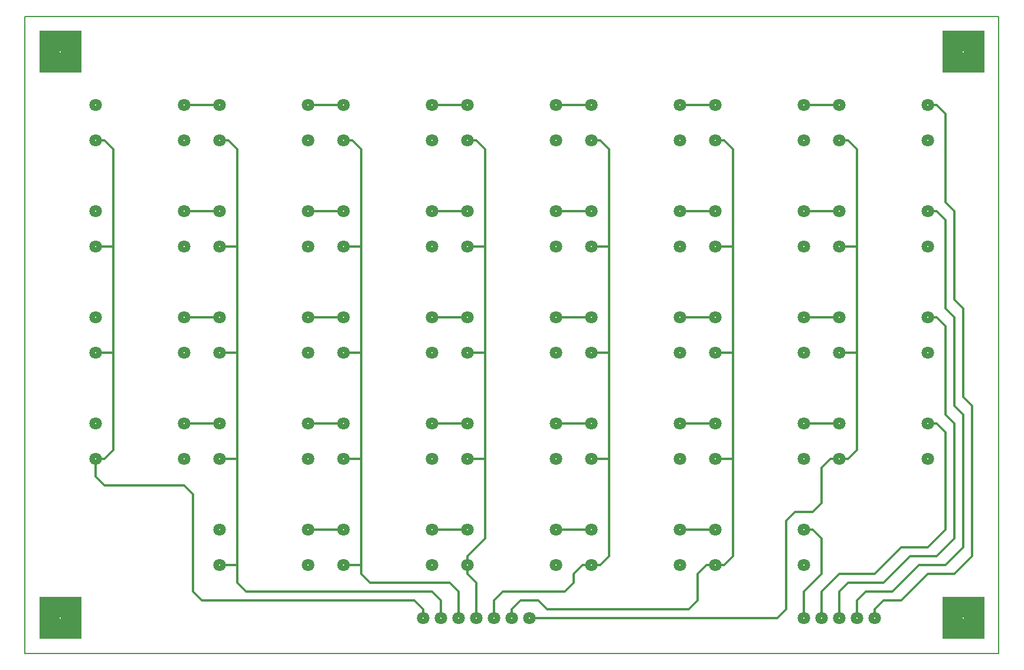
<source format=gbr>
%FSLAX32Y32*%
%MOMM*%
%LNCOPPER2*%
G71*
G01*
%ADD10C, 0.20*%
%ADD11C, 1.80*%
%ADD12C, 0.35*%
%ADD13C, 0.30*%
%LPD*%
G54D10*
X0Y9144D02*
X13970Y9144D01*
X13970Y0D01*
X0Y0D01*
X0Y9144D01*
X1016Y7874D02*
G54D11*
D03*
X1016Y7366D02*
G54D11*
D03*
X1016Y6350D02*
G54D11*
D03*
X1016Y5842D02*
G54D11*
D03*
X1016Y4826D02*
G54D11*
D03*
X1016Y4318D02*
G54D11*
D03*
X1016Y3302D02*
G54D11*
D03*
X1016Y2794D02*
G54D11*
D03*
X2286Y7874D02*
G54D11*
D03*
X2286Y7366D02*
G54D11*
D03*
X2286Y6350D02*
G54D11*
D03*
X2286Y5842D02*
G54D11*
D03*
X2286Y4826D02*
G54D11*
D03*
X2286Y4318D02*
G54D11*
D03*
X2286Y3302D02*
G54D11*
D03*
X2286Y2794D02*
G54D11*
D03*
X2794Y7874D02*
G54D11*
D03*
X2794Y7366D02*
G54D11*
D03*
X2794Y6350D02*
G54D11*
D03*
X2794Y5842D02*
G54D11*
D03*
X2794Y4826D02*
G54D11*
D03*
X2794Y4318D02*
G54D11*
D03*
X2794Y3302D02*
G54D11*
D03*
X2794Y2794D02*
G54D11*
D03*
X4064Y7874D02*
G54D11*
D03*
X4064Y7366D02*
G54D11*
D03*
X4064Y6350D02*
G54D11*
D03*
X4064Y5842D02*
G54D11*
D03*
X4064Y4826D02*
G54D11*
D03*
X4064Y4318D02*
G54D11*
D03*
X4064Y3302D02*
G54D11*
D03*
X4064Y2794D02*
G54D11*
D03*
X4572Y7874D02*
G54D11*
D03*
X4572Y7366D02*
G54D11*
D03*
X4572Y6350D02*
G54D11*
D03*
X4572Y5842D02*
G54D11*
D03*
X4572Y4826D02*
G54D11*
D03*
X4572Y4318D02*
G54D11*
D03*
X4572Y3302D02*
G54D11*
D03*
X4572Y2794D02*
G54D11*
D03*
X5842Y7874D02*
G54D11*
D03*
X5842Y7366D02*
G54D11*
D03*
X5842Y6350D02*
G54D11*
D03*
X5842Y5842D02*
G54D11*
D03*
X5842Y4826D02*
G54D11*
D03*
X5842Y4318D02*
G54D11*
D03*
X5842Y3302D02*
G54D11*
D03*
X5842Y2794D02*
G54D11*
D03*
X6350Y7874D02*
G54D11*
D03*
X6350Y7366D02*
G54D11*
D03*
X6350Y6350D02*
G54D11*
D03*
X6350Y5842D02*
G54D11*
D03*
X6350Y4826D02*
G54D11*
D03*
X6350Y4318D02*
G54D11*
D03*
X6350Y3302D02*
G54D11*
D03*
X6350Y2794D02*
G54D11*
D03*
X7620Y7874D02*
G54D11*
D03*
X7620Y7366D02*
G54D11*
D03*
X7620Y6350D02*
G54D11*
D03*
X7620Y5842D02*
G54D11*
D03*
X7620Y4826D02*
G54D11*
D03*
X7620Y4318D02*
G54D11*
D03*
X7620Y3302D02*
G54D11*
D03*
X7620Y2794D02*
G54D11*
D03*
X8128Y7874D02*
G54D11*
D03*
X8128Y7366D02*
G54D11*
D03*
X8128Y6350D02*
G54D11*
D03*
X8128Y5842D02*
G54D11*
D03*
X8128Y4826D02*
G54D11*
D03*
X8128Y4318D02*
G54D11*
D03*
X8128Y3302D02*
G54D11*
D03*
X8128Y2794D02*
G54D11*
D03*
X9398Y7874D02*
G54D11*
D03*
X9398Y7366D02*
G54D11*
D03*
X9398Y6350D02*
G54D11*
D03*
X9398Y5842D02*
G54D11*
D03*
X9398Y4826D02*
G54D11*
D03*
X9398Y4318D02*
G54D11*
D03*
X9398Y3302D02*
G54D11*
D03*
X9398Y2794D02*
G54D11*
D03*
X9906Y7874D02*
G54D11*
D03*
X9906Y7366D02*
G54D11*
D03*
X9906Y6350D02*
G54D11*
D03*
X9906Y5842D02*
G54D11*
D03*
X9906Y4826D02*
G54D11*
D03*
X9906Y4318D02*
G54D11*
D03*
X9906Y3302D02*
G54D11*
D03*
X9906Y2794D02*
G54D11*
D03*
X11176Y7874D02*
G54D11*
D03*
X11176Y7366D02*
G54D11*
D03*
X11176Y6350D02*
G54D11*
D03*
X11176Y5842D02*
G54D11*
D03*
X11176Y4826D02*
G54D11*
D03*
X11176Y4318D02*
G54D11*
D03*
X11176Y3302D02*
G54D11*
D03*
X11176Y2794D02*
G54D11*
D03*
X11684Y7874D02*
G54D11*
D03*
X11684Y7366D02*
G54D11*
D03*
X11684Y6350D02*
G54D11*
D03*
X11684Y5842D02*
G54D11*
D03*
X11684Y4826D02*
G54D11*
D03*
X11684Y4318D02*
G54D11*
D03*
X11684Y3302D02*
G54D11*
D03*
X11684Y2794D02*
G54D11*
D03*
X12954Y7874D02*
G54D11*
D03*
X12954Y7366D02*
G54D11*
D03*
X12954Y6350D02*
G54D11*
D03*
X12954Y5842D02*
G54D11*
D03*
X12954Y4826D02*
G54D11*
D03*
X12954Y4318D02*
G54D11*
D03*
X12954Y3302D02*
G54D11*
D03*
X12954Y2794D02*
G54D11*
D03*
X2794Y1778D02*
G54D11*
D03*
X2794Y1270D02*
G54D11*
D03*
X4064Y1778D02*
G54D11*
D03*
X4064Y1270D02*
G54D11*
D03*
X4572Y1778D02*
G54D11*
D03*
X4572Y1270D02*
G54D11*
D03*
X5842Y1778D02*
G54D11*
D03*
X5842Y1270D02*
G54D11*
D03*
X6350Y1778D02*
G54D11*
D03*
X6350Y1270D02*
G54D11*
D03*
X7620Y1778D02*
G54D11*
D03*
X7620Y1270D02*
G54D11*
D03*
X8128Y1778D02*
G54D11*
D03*
X8128Y1270D02*
G54D11*
D03*
X9398Y1778D02*
G54D11*
D03*
X9398Y1270D02*
G54D11*
D03*
X9906Y1778D02*
G54D11*
D03*
X9906Y1270D02*
G54D11*
D03*
X11176Y1778D02*
G54D11*
D03*
X11176Y1270D02*
G54D11*
D03*
G36*
X208Y8936D02*
X808Y8936D01*
X808Y8336D01*
X208Y8336D01*
X208Y8936D01*
G37*
G36*
X13162Y8936D02*
X13762Y8936D01*
X13762Y8336D01*
X13162Y8336D01*
X13162Y8936D01*
G37*
G36*
X13162Y808D02*
X13762Y808D01*
X13762Y208D01*
X13162Y208D01*
X13162Y808D01*
G37*
G36*
X208Y808D02*
X808Y808D01*
X808Y208D01*
X208Y208D01*
X208Y808D01*
G37*
X5715Y508D02*
G54D11*
D03*
X5969Y508D02*
G54D11*
D03*
X6223Y508D02*
G54D11*
D03*
X6477Y508D02*
G54D11*
D03*
X6731Y508D02*
G54D11*
D03*
X6985Y508D02*
G54D11*
D03*
X7239Y508D02*
G54D11*
D03*
X11176Y508D02*
G54D11*
D03*
X11430Y508D02*
G54D11*
D03*
X11684Y508D02*
G54D11*
D03*
X11938Y508D02*
G54D11*
D03*
X12192Y508D02*
G54D11*
D03*
G54D12*
X11684Y7874D02*
X11176Y7874D01*
X11176Y7874D01*
G54D12*
X8128Y7874D02*
X7620Y7874D01*
G54D12*
X6350Y7874D02*
X5842Y7874D01*
G54D12*
X4572Y7874D02*
X4064Y7874D01*
G54D12*
X2794Y7874D02*
X2286Y7874D01*
G54D12*
X2286Y6350D02*
X2794Y6350D01*
G54D12*
X2286Y4826D02*
X2794Y4826D01*
X2794Y4826D01*
G54D12*
X4064Y6350D02*
X4572Y6350D01*
G54D12*
X4064Y4826D02*
X4572Y4826D01*
G54D12*
X2286Y3302D02*
X2794Y3302D01*
G54D12*
X4064Y3302D02*
X4572Y3302D01*
G54D12*
X4064Y1778D02*
X4572Y1778D01*
G54D12*
X5842Y1778D02*
X6350Y1778D01*
G54D12*
X5842Y3302D02*
X6350Y3302D01*
G54D12*
X5842Y4826D02*
X6350Y4826D01*
G54D12*
X5842Y6350D02*
X6350Y6350D01*
G54D12*
X7620Y6350D02*
X8128Y6350D01*
G54D12*
X7620Y4826D02*
X8128Y4826D01*
G54D12*
X7620Y3302D02*
X8128Y3302D01*
G54D12*
X9398Y6350D02*
X9906Y6350D01*
G54D12*
X9398Y4826D02*
X9906Y4826D01*
G54D12*
X11176Y4826D02*
X11684Y4826D01*
G54D12*
X11176Y6350D02*
X11684Y6350D01*
G54D12*
X11176Y3302D02*
X11684Y3302D01*
G54D12*
X9398Y3302D02*
X9906Y3302D01*
G54D12*
X9398Y1778D02*
X9906Y1778D01*
X9398Y1778D01*
G54D12*
X7620Y1778D02*
X8128Y1778D01*
G54D12*
X9398Y7874D02*
X9906Y7874D01*
G54D12*
X11176Y1778D02*
X11303Y1778D01*
X11430Y1651D01*
X11430Y1143D01*
X11303Y1016D01*
X11176Y889D01*
X11176Y508D01*
G54D12*
X11430Y508D02*
X11430Y889D01*
X11684Y1143D01*
X12192Y1143D01*
X12573Y1524D01*
X12954Y1524D01*
X13208Y1778D01*
X12954Y1524D01*
X13208Y1778D01*
X13208Y3175D01*
X13081Y3302D01*
X12954Y3302D01*
G54D12*
X11684Y508D02*
X11684Y889D01*
X11811Y1016D01*
X12319Y1016D01*
X12700Y1397D01*
X13081Y1397D01*
X13335Y1651D01*
X13335Y3302D01*
X13208Y3429D01*
X13208Y4699D01*
X13081Y4826D01*
X12954Y4826D01*
G54D12*
X11938Y508D02*
X11938Y762D01*
X12065Y889D01*
X12446Y889D01*
X12827Y1270D01*
X13208Y1270D01*
X13462Y1524D01*
X13462Y3429D01*
X13335Y3556D01*
X13335Y4826D01*
X13208Y4953D01*
X13208Y6223D01*
X13081Y6350D01*
X12954Y6350D01*
G54D12*
X12954Y7874D02*
X13081Y7874D01*
X13208Y7747D01*
X13208Y6477D01*
X13335Y6350D01*
X13335Y5080D01*
X13462Y4953D01*
X13462Y3683D01*
X13589Y3556D01*
X13589Y1397D01*
X13335Y1143D01*
X12954Y1143D01*
X12573Y762D01*
X12319Y762D01*
X12192Y635D01*
X12192Y508D01*
G54D12*
X11684Y7366D02*
X11811Y7366D01*
X11938Y7239D01*
X11938Y5842D01*
X11684Y5842D01*
X11684Y5842D01*
X11938Y5842D01*
X11938Y4318D01*
X11684Y4318D01*
X11938Y4318D01*
X11938Y2921D01*
X11811Y2794D01*
X11684Y2794D01*
G54D12*
X11684Y2794D02*
X11557Y2794D01*
X11430Y2667D01*
X11430Y2159D01*
X11303Y2032D01*
X11049Y2032D01*
X10922Y1905D01*
G54D12*
X7239Y508D02*
X10795Y508D01*
X10922Y635D01*
X10922Y1905D01*
G54D12*
X9906Y7366D02*
X10033Y7366D01*
X10160Y7239D01*
X10160Y5842D01*
X9906Y5842D01*
X10160Y5842D01*
X10160Y4318D01*
X9906Y4318D01*
X10160Y4318D01*
X10160Y2794D01*
X9906Y2794D01*
X10160Y2794D01*
X10160Y1397D01*
X10033Y1270D01*
X9906Y1270D01*
G54D12*
X9906Y1270D02*
X9779Y1270D01*
X9652Y1143D01*
X9652Y762D01*
X9525Y635D01*
X7493Y635D01*
X7366Y762D01*
X7112Y762D01*
X6985Y635D01*
X6985Y508D01*
G54D12*
X8128Y7366D02*
X8255Y7366D01*
X8382Y7239D01*
X8255Y7366D01*
X8382Y7239D01*
X8382Y5842D01*
X8128Y5842D01*
X8382Y5842D01*
X8382Y4318D01*
X8128Y4318D01*
X8382Y4318D01*
X8382Y2794D01*
X8128Y2794D01*
X8382Y2794D01*
X8382Y1397D01*
X8255Y1270D01*
X8128Y1270D01*
X8001Y1270D01*
X7874Y1143D01*
X7874Y1016D01*
X7747Y889D01*
X6858Y889D01*
X6731Y762D01*
X6731Y508D01*
G54D12*
X6477Y508D02*
X6477Y1016D01*
X6350Y1143D01*
X6350Y1270D01*
X6350Y1397D01*
X6477Y1524D01*
X6604Y1651D01*
X6604Y2794D01*
X6350Y2794D01*
X6604Y2794D01*
X6604Y4318D01*
X6350Y4318D01*
X6604Y4318D01*
X6604Y5842D01*
X6350Y5842D01*
X6604Y5842D01*
X6604Y7239D01*
X6477Y7366D01*
X6350Y7366D01*
G54D12*
X4572Y7366D02*
X4699Y7366D01*
X4826Y7239D01*
X4826Y5842D01*
X4572Y5842D01*
X4826Y5842D01*
X4826Y4318D01*
X4572Y4318D01*
X4826Y4318D01*
X4826Y2794D01*
X4572Y2794D01*
X4826Y2794D01*
X4826Y1270D01*
X4572Y1270D01*
X4826Y1270D01*
X4826Y1143D01*
X4953Y1016D01*
X6096Y1016D01*
X6223Y889D01*
X6223Y508D01*
G54D12*
X5969Y508D02*
X5969Y762D01*
X5842Y889D01*
X5969Y762D01*
X5842Y889D01*
X3175Y889D01*
X3048Y1016D01*
X3048Y1270D01*
X2794Y1270D01*
X3048Y1270D01*
X3048Y2794D01*
X2794Y2794D01*
X3048Y2794D01*
X3048Y2794D01*
X3048Y4318D01*
X2794Y4318D01*
X3048Y4318D01*
X3048Y5842D01*
X2794Y5842D01*
X2794Y5842D01*
X3048Y5842D01*
X3048Y7239D01*
X2921Y7366D01*
X2794Y7366D01*
G54D12*
X1016Y7366D02*
X1143Y7366D01*
X1143Y7366D01*
X1270Y7239D01*
X1270Y5842D01*
X1270Y5842D01*
X1016Y5842D01*
X1270Y5842D01*
X1270Y4318D01*
X1270Y4318D01*
X1016Y4318D01*
X1270Y4318D01*
X1270Y2921D01*
X1143Y2794D01*
G54D12*
X1143Y2794D02*
X1016Y2794D01*
X1016Y2540D01*
X1143Y2413D01*
X2286Y2413D01*
X2413Y2286D01*
X2413Y889D01*
X2540Y762D01*
X5588Y762D01*
X5715Y635D01*
X5715Y508D01*
%LNAUGENFREISTANZEN*%
%LPC*%
X1016Y7874D02*
G54D13*
D03*
X1016Y7366D02*
G54D13*
D03*
X1016Y6350D02*
G54D13*
D03*
X1016Y5842D02*
G54D13*
D03*
X1016Y4826D02*
G54D13*
D03*
X1016Y4318D02*
G54D13*
D03*
X1016Y3302D02*
G54D13*
D03*
X1016Y2794D02*
G54D13*
D03*
X2286Y7874D02*
G54D13*
D03*
X2286Y7366D02*
G54D13*
D03*
X2286Y6350D02*
G54D13*
D03*
X2286Y5842D02*
G54D13*
D03*
X2286Y4826D02*
G54D13*
D03*
X2286Y4318D02*
G54D13*
D03*
X2286Y3302D02*
G54D13*
D03*
X2286Y2794D02*
G54D13*
D03*
X2794Y7874D02*
G54D13*
D03*
X2794Y7366D02*
G54D13*
D03*
X2794Y6350D02*
G54D13*
D03*
X2794Y5842D02*
G54D13*
D03*
X2794Y4826D02*
G54D13*
D03*
X2794Y4318D02*
G54D13*
D03*
X2794Y3302D02*
G54D13*
D03*
X2794Y2794D02*
G54D13*
D03*
X4064Y7874D02*
G54D13*
D03*
X4064Y7366D02*
G54D13*
D03*
X4064Y6350D02*
G54D13*
D03*
X4064Y5842D02*
G54D13*
D03*
X4064Y4826D02*
G54D13*
D03*
X4064Y4318D02*
G54D13*
D03*
X4064Y3302D02*
G54D13*
D03*
X4064Y2794D02*
G54D13*
D03*
X4572Y7874D02*
G54D13*
D03*
X4572Y7366D02*
G54D13*
D03*
X4572Y6350D02*
G54D13*
D03*
X4572Y5842D02*
G54D13*
D03*
X4572Y4826D02*
G54D13*
D03*
X4572Y4318D02*
G54D13*
D03*
X4572Y3302D02*
G54D13*
D03*
X4572Y2794D02*
G54D13*
D03*
X5842Y7874D02*
G54D13*
D03*
X5842Y7366D02*
G54D13*
D03*
X5842Y6350D02*
G54D13*
D03*
X5842Y5842D02*
G54D13*
D03*
X5842Y4826D02*
G54D13*
D03*
X5842Y4318D02*
G54D13*
D03*
X5842Y3302D02*
G54D13*
D03*
X5842Y2794D02*
G54D13*
D03*
X6350Y7874D02*
G54D13*
D03*
X6350Y7366D02*
G54D13*
D03*
X6350Y6350D02*
G54D13*
D03*
X6350Y5842D02*
G54D13*
D03*
X6350Y4826D02*
G54D13*
D03*
X6350Y4318D02*
G54D13*
D03*
X6350Y3302D02*
G54D13*
D03*
X6350Y2794D02*
G54D13*
D03*
X7620Y7874D02*
G54D13*
D03*
X7620Y7366D02*
G54D13*
D03*
X7620Y6350D02*
G54D13*
D03*
X7620Y5842D02*
G54D13*
D03*
X7620Y4826D02*
G54D13*
D03*
X7620Y4318D02*
G54D13*
D03*
X7620Y3302D02*
G54D13*
D03*
X7620Y2794D02*
G54D13*
D03*
X8128Y7874D02*
G54D13*
D03*
X8128Y7366D02*
G54D13*
D03*
X8128Y6350D02*
G54D13*
D03*
X8128Y5842D02*
G54D13*
D03*
X8128Y4826D02*
G54D13*
D03*
X8128Y4318D02*
G54D13*
D03*
X8128Y3302D02*
G54D13*
D03*
X8128Y2794D02*
G54D13*
D03*
X9398Y7874D02*
G54D13*
D03*
X9398Y7366D02*
G54D13*
D03*
X9398Y6350D02*
G54D13*
D03*
X9398Y5842D02*
G54D13*
D03*
X9398Y4826D02*
G54D13*
D03*
X9398Y4318D02*
G54D13*
D03*
X9398Y3302D02*
G54D13*
D03*
X9398Y2794D02*
G54D13*
D03*
X9906Y7874D02*
G54D13*
D03*
X9906Y7366D02*
G54D13*
D03*
X9906Y6350D02*
G54D13*
D03*
X9906Y5842D02*
G54D13*
D03*
X9906Y4826D02*
G54D13*
D03*
X9906Y4318D02*
G54D13*
D03*
X9906Y3302D02*
G54D13*
D03*
X9906Y2794D02*
G54D13*
D03*
X11176Y7874D02*
G54D13*
D03*
X11176Y7366D02*
G54D13*
D03*
X11176Y6350D02*
G54D13*
D03*
X11176Y5842D02*
G54D13*
D03*
X11176Y4826D02*
G54D13*
D03*
X11176Y4318D02*
G54D13*
D03*
X11176Y3302D02*
G54D13*
D03*
X11176Y2794D02*
G54D13*
D03*
X11684Y7874D02*
G54D13*
D03*
X11684Y7366D02*
G54D13*
D03*
X11684Y6350D02*
G54D13*
D03*
X11684Y5842D02*
G54D13*
D03*
X11684Y4826D02*
G54D13*
D03*
X11684Y4318D02*
G54D13*
D03*
X11684Y3302D02*
G54D13*
D03*
X11684Y2794D02*
G54D13*
D03*
X12954Y7874D02*
G54D13*
D03*
X12954Y7366D02*
G54D13*
D03*
X12954Y6350D02*
G54D13*
D03*
X12954Y5842D02*
G54D13*
D03*
X12954Y4826D02*
G54D13*
D03*
X12954Y4318D02*
G54D13*
D03*
X12954Y3302D02*
G54D13*
D03*
X12954Y2794D02*
G54D13*
D03*
X2794Y1778D02*
G54D13*
D03*
X2794Y1270D02*
G54D13*
D03*
X4064Y1778D02*
G54D13*
D03*
X4064Y1270D02*
G54D13*
D03*
X4572Y1778D02*
G54D13*
D03*
X4572Y1270D02*
G54D13*
D03*
X5842Y1778D02*
G54D13*
D03*
X5842Y1270D02*
G54D13*
D03*
X6350Y1778D02*
G54D13*
D03*
X6350Y1270D02*
G54D13*
D03*
X7620Y1778D02*
G54D13*
D03*
X7620Y1270D02*
G54D13*
D03*
X8128Y1778D02*
G54D13*
D03*
X8128Y1270D02*
G54D13*
D03*
X9398Y1778D02*
G54D13*
D03*
X9398Y1270D02*
G54D13*
D03*
X9906Y1778D02*
G54D13*
D03*
X9906Y1270D02*
G54D13*
D03*
X11176Y1778D02*
G54D13*
D03*
X11176Y1270D02*
G54D13*
D03*
X508Y8636D02*
G54D13*
D03*
X13462Y8636D02*
G54D13*
D03*
X13462Y508D02*
G54D13*
D03*
X508Y508D02*
G54D13*
D03*
X5715Y508D02*
G54D13*
D03*
X5969Y508D02*
G54D13*
D03*
X6223Y508D02*
G54D13*
D03*
X6477Y508D02*
G54D13*
D03*
X6731Y508D02*
G54D13*
D03*
X6985Y508D02*
G54D13*
D03*
X7239Y508D02*
G54D13*
D03*
X11176Y508D02*
G54D13*
D03*
X11430Y508D02*
G54D13*
D03*
X11684Y508D02*
G54D13*
D03*
X11938Y508D02*
G54D13*
D03*
X12192Y508D02*
G54D13*
D03*
M02*

</source>
